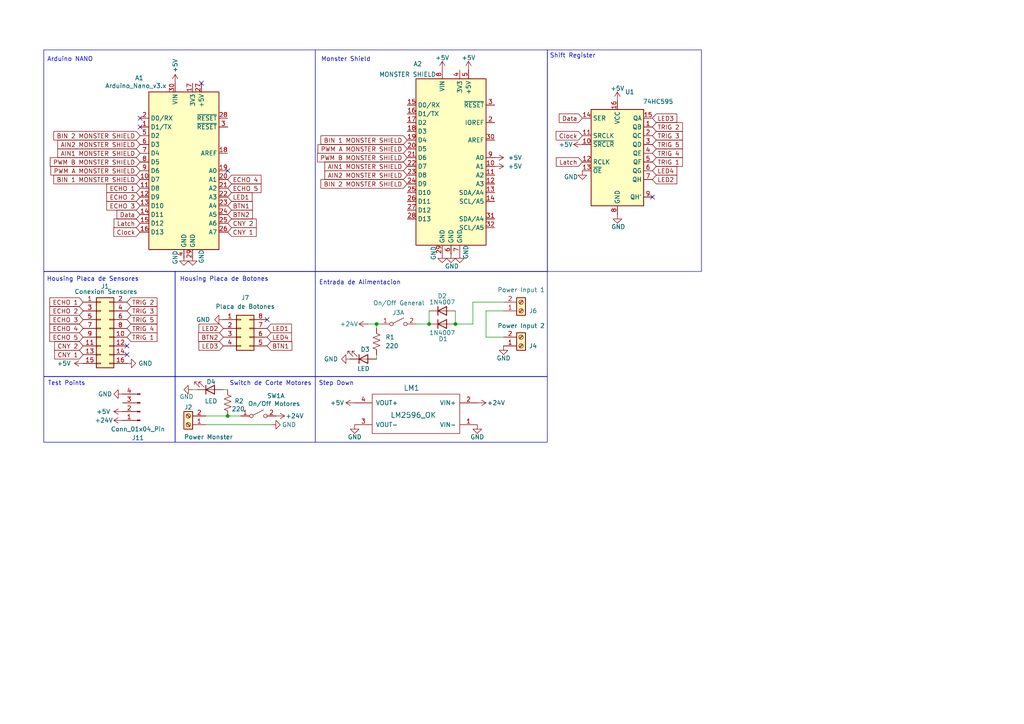
<source format=kicad_sch>
(kicad_sch (version 20231120) (generator "eeschema") (generator_version "8.0")
  (paper "A4")
  (lib_symbols
    (symbol "74xx:74HC595"
      (property "Reference" "U" (at -7.62 13.97 0))
      (property "Value" "74HC595" (at -7.62 -16.51 0))
      (symbol "74HC595_1_0"
        (pin tri_state line (at 10.16 7.62 180) (length 2.54) (name "QB") (number "1"))
        (pin input line (at -10.16 2.54 0) (length 2.54) (name "~{SRCLR}") (number "10"))
        (pin input line (at -10.16 5.08 0) (length 2.54) (name "SRCLK") (number "11"))
        (pin input line (at -10.16 -2.54 0) (length 2.54) (name "RCLK") (number "12"))
        (pin input line (at -10.16 -5.08 0) (length 2.54) (name "~{OE}") (number "13"))
        (pin input line (at -10.16 10.16 0) (length 2.54) (name "SER") (number "14"))
        (pin tri_state line (at 10.16 10.16 180) (length 2.54) (name "QA") (number "15"))
        (pin power_in line (at 0 15.24 270) (length 2.54) (name "VCC") (number "16"))
        (pin tri_state line (at 10.16 5.08 180) (length 2.54) (name "QC") (number "2"))
        (pin tri_state line (at 10.16 2.54 180) (length 2.54) (name "QD") (number "3"))
        (pin tri_state line (at 10.16 0 180) (length 2.54) (name "QE") (number "4"))
        (pin tri_state line (at 10.16 -2.54 180) (length 2.54) (name "QF") (number "5"))
        (pin tri_state line (at 10.16 -5.08 180) (length 2.54) (name "QG") (number "6"))
        (pin tri_state line (at 10.16 -7.62 180) (length 2.54) (name "QH") (number "7"))
        (pin power_in line (at 0 -17.78 90) (length 2.54) (name "GND") (number "8"))
        (pin output line (at 10.16 -12.7 180) (length 2.54) (name "QH'") (number "9"))
      )
      (symbol "74HC595_1_1"
        (rectangle (start -7.62 12.7) (end 7.62 -15.24) (stroke (width 0.254)) (fill (type background)))
      )
    )
    (symbol "Connector:Conn_01x04_Pin" (pin_names (offset 1.016) hide)
      (property "Reference" "J" (at 0 5.08 0))
      (property "Value" "Conn_01x04_Pin" (at 0 -7.62 0))
      (symbol "Conn_01x04_Pin_1_1"
        (polyline (pts (xy 1.27 -5.08) (xy 0.8636 -5.08)) (stroke (width 0.1524)))
        (polyline (pts (xy 1.27 -2.54) (xy 0.8636 -2.54)) (stroke (width 0.1524)))
        (polyline (pts (xy 1.27 0) (xy 0.8636 0)) (stroke (width 0.1524)))
        (polyline (pts (xy 1.27 2.54) (xy 0.8636 2.54)) (stroke (width 0.1524)))
        (rectangle (start 0.8636 -4.953) (end 0 -5.207) (stroke (width 0.1524)) (fill (type outline)))
        (rectangle (start 0.8636 -2.413) (end 0 -2.667) (stroke (width 0.1524)) (fill (type outline)))
        (rectangle (start 0.8636 0.127) (end 0 -0.127) (stroke (width 0.1524)) (fill (type outline)))
        (rectangle (start 0.8636 2.667) (end 0 2.413) (stroke (width 0.1524)) (fill (type outline)))
        (pin passive line (at 5.08 2.54 180) (length 3.81) (name "Pin_1") (number "1"))
        (pin passive line (at 5.08 0 180) (length 3.81) (name "Pin_2") (number "2"))
        (pin passive line (at 5.08 -2.54 180) (length 3.81) (name "Pin_3") (number "3"))
        (pin passive line (at 5.08 -5.08 180) (length 3.81) (name "Pin_4") (number "4"))
      )
    )
    (symbol "Connector:Screw_Terminal_01x02" (pin_names (offset 1.016) hide)
      (property "Reference" "J" (at 0 2.54 0))
      (property "Value" "Screw_Terminal_01x02" (at 0 -5.08 0))
      (symbol "Screw_Terminal_01x02_1_1"
        (rectangle (start -1.27 1.27) (end 1.27 -3.81) (stroke (width 0.254)) (fill (type background)))
        (circle (center 0 -2.54) (radius 0.635) (stroke (width 0.1524)))
        (polyline (pts (xy -0.5334 -2.2098) (xy 0.3302 -3.048)) (stroke (width 0.1524)))
        (polyline (pts (xy -0.5334 0.3302) (xy 0.3302 -0.508)) (stroke (width 0.1524)))
        (polyline (pts (xy -0.3556 -2.032) (xy 0.508 -2.8702)) (stroke (width 0.1524)))
        (polyline (pts (xy -0.3556 0.508) (xy 0.508 -0.3302)) (stroke (width 0.1524)))
        (circle (center 0 0) (radius 0.635) (stroke (width 0.1524)))
        (pin passive line (at -5.08 0 0) (length 3.81) (name "Pin_1") (number "1"))
        (pin passive line (at -5.08 -2.54 0) (length 3.81) (name "Pin_2") (number "2"))
      )
    )
    (symbol "Connector_Generic:Conn_02x04_Counter_Clockwise" (pin_names (offset 1.016) hide)
      (property "Reference" "J" (at 1.27 5.08 0))
      (property "Value" "Conn_02x04_Counter_Clockwise" (at 1.27 -7.62 0))
      (symbol "Conn_02x04_Counter_Clockwise_1_1"
        (rectangle (start -1.27 -4.953) (end 0 -5.207) (stroke (width 0.1524)))
        (rectangle (start -1.27 -2.413) (end 0 -2.667) (stroke (width 0.1524)))
        (rectangle (start -1.27 0.127) (end 0 -0.127) (stroke (width 0.1524)))
        (rectangle (start -1.27 2.667) (end 0 2.413) (stroke (width 0.1524)))
        (rectangle (start -1.27 3.81) (end 3.81 -6.35) (stroke (width 0.254)) (fill (type background)))
        (rectangle (start 3.81 -4.953) (end 2.54 -5.207) (stroke (width 0.1524)))
        (rectangle (start 3.81 -2.413) (end 2.54 -2.667) (stroke (width 0.1524)))
        (rectangle (start 3.81 0.127) (end 2.54 -0.127) (stroke (width 0.1524)))
        (rectangle (start 3.81 2.667) (end 2.54 2.413) (stroke (width 0.1524)))
        (pin passive line (at -5.08 2.54 0) (length 3.81) (name "Pin_1") (number "1"))
        (pin passive line (at -5.08 0 0) (length 3.81) (name "Pin_2") (number "2"))
        (pin passive line (at -5.08 -2.54 0) (length 3.81) (name "Pin_3") (number "3"))
        (pin passive line (at -5.08 -5.08 0) (length 3.81) (name "Pin_4") (number "4"))
        (pin passive line (at 7.62 -5.08 180) (length 3.81) (name "Pin_5") (number "5"))
        (pin passive line (at 7.62 -2.54 180) (length 3.81) (name "Pin_6") (number "6"))
        (pin passive line (at 7.62 0 180) (length 3.81) (name "Pin_7") (number "7"))
        (pin passive line (at 7.62 2.54 180) (length 3.81) (name "Pin_8") (number "8"))
      )
    )
    (symbol "Connector_Generic:Conn_02x08_Odd_Even" (pin_names (offset 1.016) hide)
      (property "Reference" "J" (at 1.27 10.16 0))
      (property "Value" "Conn_02x08_Odd_Even" (at 1.27 -12.7 0))
      (symbol "Conn_02x08_Odd_Even_1_1"
        (rectangle (start -1.27 -10.033) (end 0 -10.287) (stroke (width 0.1524)))
        (rectangle (start -1.27 -7.493) (end 0 -7.747) (stroke (width 0.1524)))
        (rectangle (start -1.27 -4.953) (end 0 -5.207) (stroke (width 0.1524)))
        (rectangle (start -1.27 -2.413) (end 0 -2.667) (stroke (width 0.1524)))
        (rectangle (start -1.27 0.127) (end 0 -0.127) (stroke (width 0.1524)))
        (rectangle (start -1.27 2.667) (end 0 2.413) (stroke (width 0.1524)))
        (rectangle (start -1.27 5.207) (end 0 4.953) (stroke (width 0.1524)))
        (rectangle (start -1.27 7.747) (end 0 7.493) (stroke (width 0.1524)))
        (rectangle (start -1.27 8.89) (end 3.81 -11.43) (stroke (width 0.254)) (fill (type background)))
        (rectangle (start 3.81 -10.033) (end 2.54 -10.287) (stroke (width 0.1524)))
        (rectangle (start 3.81 -7.493) (end 2.54 -7.747) (stroke (width 0.1524)))
        (rectangle (start 3.81 -4.953) (end 2.54 -5.207) (stroke (width 0.1524)))
        (rectangle (start 3.81 -2.413) (end 2.54 -2.667) (stroke (width 0.1524)))
        (rectangle (start 3.81 0.127) (end 2.54 -0.127) (stroke (width 0.1524)))
        (rectangle (start 3.81 2.667) (end 2.54 2.413) (stroke (width 0.1524)))
        (rectangle (start 3.81 5.207) (end 2.54 4.953) (stroke (width 0.1524)))
        (rectangle (start 3.81 7.747) (end 2.54 7.493) (stroke (width 0.1524)))
        (pin passive line (at -5.08 7.62 0) (length 3.81) (name "Pin_1") (number "1"))
        (pin passive line (at 7.62 -2.54 180) (length 3.81) (name "Pin_10") (number "10"))
        (pin passive line (at -5.08 -5.08 0) (length 3.81) (name "Pin_11") (number "11"))
        (pin passive line (at 7.62 -5.08 180) (length 3.81) (name "Pin_12") (number "12"))
        (pin passive line (at -5.08 -7.62 0) (length 3.81) (name "Pin_13") (number "13"))
        (pin passive line (at 7.62 -7.62 180) (length 3.81) (name "Pin_14") (number "14"))
        (pin passive line (at -5.08 -10.16 0) (length 3.81) (name "Pin_15") (number "15"))
        (pin passive line (at 7.62 -10.16 180) (length 3.81) (name "Pin_16") (number "16"))
        (pin passive line (at 7.62 7.62 180) (length 3.81) (name "Pin_2") (number "2"))
        (pin passive line (at -5.08 5.08 0) (length 3.81) (name "Pin_3") (number "3"))
        (pin passive line (at 7.62 5.08 180) (length 3.81) (name "Pin_4") (number "4"))
        (pin passive line (at -5.08 2.54 0) (length 3.81) (name "Pin_5") (number "5"))
        (pin passive line (at 7.62 2.54 180) (length 3.81) (name "Pin_6") (number "6"))
        (pin passive line (at -5.08 0 0) (length 3.81) (name "Pin_7") (number "7"))
        (pin passive line (at 7.62 0 180) (length 3.81) (name "Pin_8") (number "8"))
        (pin passive line (at -5.08 -2.54 0) (length 3.81) (name "Pin_9") (number "9"))
      )
    )
    (symbol "Device:LED" (pin_numbers hide) (pin_names (offset 1.016) hide)
      (property "Reference" "D" (at 0 2.54 0))
      (property "Value" "LED" (at 0 -2.54 0))
      (symbol "LED_0_1"
        (polyline (pts (xy -1.27 -1.27) (xy -1.27 1.27)) (stroke (width 0.254)))
        (polyline (pts (xy -1.27 0) (xy 1.27 0)))
        (polyline (pts (xy 1.27 -1.27) (xy 1.27 1.27) (xy -1.27 0) (xy 1.27 -1.27)) (stroke (width 0.254)))
        (polyline (pts (xy -3.048 -0.762) (xy -4.572 -2.286) (xy -3.81 -2.286) (xy -4.572 -2.286) (xy -4.572 -1.524)))
        (polyline (pts (xy -1.778 -0.762) (xy -3.302 -2.286) (xy -2.54 -2.286) (xy -3.302 -2.286) (xy -3.302 -1.524)))
      )
      (symbol "LED_1_1"
        (pin passive line (at -3.81 0 0) (length 2.54) (name "K") (number "1"))
        (pin passive line (at 3.81 0 180) (length 2.54) (name "A") (number "2"))
      )
    )
    (symbol "Device:R_US" (pin_numbers hide) (pin_names (offset 0))
      (property "Reference" "R" (at 2.54 0 90))
      (property "Value" "R_US" (at -2.54 0 90))
      (symbol "R_US_0_1"
        (polyline (pts (xy 0 -2.286) (xy 0 -2.54)))
        (polyline (pts (xy 0 2.286) (xy 0 2.54)))
        (polyline (pts (xy 0 -0.762) (xy 1.016 -1.143) (xy 0 -1.524) (xy -1.016 -1.905) (xy 0 -2.286)))
        (polyline (pts (xy 0 0.762) (xy 1.016 0.381) (xy 0 0) (xy -1.016 -0.381) (xy 0 -0.762)))
        (polyline (pts (xy 0 2.286) (xy 1.016 1.905) (xy 0 1.524) (xy -1.016 1.143) (xy 0 0.762)))
      )
      (symbol "R_US_1_1"
        (pin passive line (at 0 3.81 270) (length 1.27) (name "~") (number "1"))
        (pin passive line (at 0 -3.81 90) (length 1.27) (name "~") (number "2"))
      )
    )
    (symbol "Diode:1N4007" (pin_numbers hide) (pin_names hide)
      (property "Reference" "D" (at 0 2.54 0))
      (property "Value" "1N4007" (at 0 -2.54 0))
      (symbol "1N4007_0_1"
        (polyline (pts (xy -1.27 1.27) (xy -1.27 -1.27)) (stroke (width 0.254)))
        (polyline (pts (xy 1.27 0) (xy -1.27 0)))
        (polyline (pts (xy 1.27 1.27) (xy 1.27 -1.27) (xy -1.27 0) (xy 1.27 1.27)) (stroke (width 0.254)))
      )
      (symbol "1N4007_1_1"
        (pin passive line (at -3.81 0 0) (length 2.54) (name "K") (number "1"))
        (pin passive line (at 3.81 0 180) (length 2.54) (name "A") (number "2"))
      )
    )
    (symbol "LM2596:LM2596_OK" (pin_names (offset 1.016))
      (property "Reference" "LM1" (at 7.366 -1.524 90))
      (property "Value" "LM2596_OK" (at 4.572 -1.27 90))
      (symbol "LM2596_OK_0_1"
        (rectangle (start -8.89 11.43) (end 2.54 -13.97))
      )
      (symbol "LM2596_OK_1_1"
        (pin input line (at 0 -19.05 90) (length 5.08) (name "VIN-") (number "1"))
        (pin input line (at -6.35 -19.05 90) (length 5.08) (name "VIN+") (number "2"))
        (pin input line (at 0 16.51 270) (length 5.08) (name "VOUT-") (number "3"))
        (pin input line (at -6.35 16.51 270) (length 5.08) (name "VOUT+") (number "4"))
      )
    )
    (symbol "MCU_Module:Arduino_Nano_v3.x"
      (property "Reference" "A" (at -10.16 23.495 0))
      (property "Value" "Arduino_Nano_v3.x" (at 5.08 -24.13 0))
      (symbol "Arduino_Nano_v3.x_0_1"
        (rectangle (start -10.16 22.86) (end 10.16 -22.86) (stroke (width 0.254)) (fill (type background)))
      )
      (symbol "Arduino_Nano_v3.x_1_1"
        (pin bidirectional line (at -12.7 12.7 0) (length 2.54) (name "D1/TX") (number "1"))
        (pin bidirectional line (at -12.7 -2.54 0) (length 2.54) (name "D7") (number "10"))
        (pin bidirectional line (at -12.7 -5.08 0) (length 2.54) (name "D8") (number "11"))
        (pin bidirectional line (at -12.7 -7.62 0) (length 2.54) (name "D9") (number "12"))
        (pin bidirectional line (at -12.7 -10.16 0) (length 2.54) (name "D10") (number "13"))
        (pin bidirectional line (at -12.7 -12.7 0) (length 2.54) (name "D11") (number "14"))
        (pin bidirectional line (at -12.7 -15.24 0) (length 2.54) (name "D12") (number "15"))
        (pin bidirectional line (at -12.7 -17.78 0) (length 2.54) (name "D13") (number "16"))
        (pin power_out line (at 2.54 25.4 270) (length 2.54) (name "3V3") (number "17"))
        (pin input line (at 12.7 5.08 180) (length 2.54) (name "AREF") (number "18"))
        (pin bidirectional line (at 12.7 0 180) (length 2.54) (name "A0") (number "19"))
        (pin bidirectional line (at -12.7 15.24 0) (length 2.54) (name "D0/RX") (number "2"))
        (pin bidirectional line (at 12.7 -2.54 180) (length 2.54) (name "A1") (number "20"))
        (pin bidirectional line (at 12.7 -5.08 180) (length 2.54) (name "A2") (number "21"))
        (pin bidirectional line (at 12.7 -7.62 180) (length 2.54) (name "A3") (number "22"))
        (pin bidirectional line (at 12.7 -10.16 180) (length 2.54) (name "A4") (number "23"))
        (pin bidirectional line (at 12.7 -12.7 180) (length 2.54) (name "A5") (number "24"))
        (pin bidirectional line (at 12.7 -15.24 180) (length 2.54) (name "A6") (number "25"))
        (pin bidirectional line (at 12.7 -17.78 180) (length 2.54) (name "A7") (number "26"))
        (pin power_out line (at 5.08 25.4 270) (length 2.54) (name "+5V") (number "27"))
        (pin input line (at 12.7 15.24 180) (length 2.54) (name "~{RESET}") (number "28"))
        (pin power_in line (at 2.54 -25.4 90) (length 2.54) (name "GND") (number "29"))
        (pin input line (at 12.7 12.7 180) (length 2.54) (name "~{RESET}") (number "3"))
        (pin power_in line (at -2.54 25.4 270) (length 2.54) (name "VIN") (number "30"))
        (pin power_in line (at 0 -25.4 90) (length 2.54) (name "GND") (number "4"))
        (pin bidirectional line (at -12.7 10.16 0) (length 2.54) (name "D2") (number "5"))
        (pin bidirectional line (at -12.7 7.62 0) (length 2.54) (name "D3") (number "6"))
        (pin bidirectional line (at -12.7 5.08 0) (length 2.54) (name "D4") (number "7"))
        (pin bidirectional line (at -12.7 2.54 0) (length 2.54) (name "D5") (number "8"))
        (pin bidirectional line (at -12.7 0 0) (length 2.54) (name "D6") (number "9"))
      )
    )
    (symbol "MCU_Module:Arduino_UNO_R3"
      (property "Reference" "A" (at -10.16 23.495 0))
      (property "Value" "Arduino_UNO_R3" (at 5.08 -26.67 0))
      (symbol "Arduino_UNO_R3_0_1"
        (rectangle (start -10.16 22.86) (end 10.16 -25.4) (stroke (width 0.254)) (fill (type background)))
      )
      (symbol "Arduino_UNO_R3_1_1"
        (pin no_connect line (at -10.16 -20.32 0) (length 2.54) hide (name "NC") (number "1"))
        (pin bidirectional line (at 12.7 -2.54 180) (length 2.54) (name "A1") (number "10"))
        (pin bidirectional line (at 12.7 -5.08 180) (length 2.54) (name "A2") (number "11"))
        (pin bidirectional line (at 12.7 -7.62 180) (length 2.54) (name "A3") (number "12"))
        (pin bidirectional line (at 12.7 -10.16 180) (length 2.54) (name "SDA/A4") (number "13"))
        (pin bidirectional line (at 12.7 -12.7 180) (length 2.54) (name "SCL/A5") (number "14"))
        (pin bidirectional line (at -12.7 15.24 0) (length 2.54) (name "D0/RX") (number "15"))
        (pin bidirectional line (at -12.7 12.7 0) (length 2.54) (name "D1/TX") (number "16"))
        (pin bidirectional line (at -12.7 10.16 0) (length 2.54) (name "D2") (number "17"))
        (pin bidirectional line (at -12.7 7.62 0) (length 2.54) (name "D3") (number "18"))
        (pin bidirectional line (at -12.7 5.08 0) (length 2.54) (name "D4") (number "19"))
        (pin output line (at 12.7 10.16 180) (length 2.54) (name "IOREF") (number "2"))
        (pin bidirectional line (at -12.7 2.54 0) (length 2.54) (name "D5") (number "20"))
        (pin bidirectional line (at -12.7 0 0) (length 2.54) (name "D6") (number "21"))
        (pin bidirectional line (at -12.7 -2.54 0) (length 2.54) (name "D7") (number "22"))
        (pin bidirectional line (at -12.7 -5.08 0) (length 2.54) (name "D8") (number "23"))
        (pin bidirectional line (at -12.7 -7.62 0) (length 2.54) (name "D9") (number "24"))
        (pin bidirectional line (at -12.7 -10.16 0) (length 2.54) (name "D10") (number "25"))
        (pin bidirectional line (at -12.7 -12.7 0) (length 2.54) (name "D11") (number "26"))
        (pin bidirectional line (at -12.7 -15.24 0) (length 2.54) (name "D12") (number "27"))
        (pin bidirectional line (at -12.7 -17.78 0) (length 2.54) (name "D13") (number "28"))
        (pin power_in line (at -2.54 -27.94 90) (length 2.54) (name "GND") (number "29"))
        (pin input line (at 12.7 15.24 180) (length 2.54) (name "~{RESET}") (number "3"))
        (pin input line (at 12.7 5.08 180) (length 2.54) (name "AREF") (number "30"))
        (pin bidirectional line (at 12.7 -17.78 180) (length 2.54) (name "SDA/A4") (number "31"))
        (pin bidirectional line (at 12.7 -20.32 180) (length 2.54) (name "SCL/A5") (number "32"))
        (pin power_out line (at 2.54 25.4 270) (length 2.54) (name "3V3") (number "4"))
        (pin power_out line (at 5.08 25.4 270) (length 2.54) (name "+5V") (number "5"))
        (pin power_in line (at 0 -27.94 90) (length 2.54) (name "GND") (number "6"))
        (pin power_in line (at 2.54 -27.94 90) (length 2.54) (name "GND") (number "7"))
        (pin power_in line (at -2.54 25.4 270) (length 2.54) (name "VIN") (number "8"))
        (pin bidirectional line (at 12.7 0 180) (length 2.54) (name "A0") (number "9"))
      )
    )
    (symbol "Switch:SW_DPST_x2" (pin_names (offset 0) hide)
      (property "Reference" "SW" (at 0 3.175 0))
      (property "Value" "SW_DPST_x2" (at 0 -2.54 0))
      (symbol "SW_DPST_x2_0_0"
        (circle (center -2.032 0) (radius 0.508))
        (polyline (pts (xy -1.524 0.254) (xy 1.524 1.778)))
        (circle (center 2.032 0) (radius 0.508))
      )
      (symbol "SW_DPST_x2_1_1"
        (pin passive line (at -5.08 0 0) (length 2.54) (name "A") (number "1"))
        (pin passive line (at 5.08 0 180) (length 2.54) (name "B") (number "2"))
      )
      (symbol "SW_DPST_x2_2_1"
        (pin passive line (at -5.08 0 0) (length 2.54) (name "A") (number "3"))
        (pin passive line (at 5.08 0 180) (length 2.54) (name "B") (number "4"))
      )
    )
    (symbol "power:+24V" (power) (pin_numbers hide) (pin_names (offset 0) hide)
      (property "Value" "+24V" (at 0 3.556 0))
      (symbol "+24V_0_1"
        (polyline (pts (xy -0.762 1.27) (xy 0 2.54)))
        (polyline (pts (xy 0 0) (xy 0 2.54)))
        (polyline (pts (xy 0 2.54) (xy 0.762 1.27)))
      )
      (symbol "+24V_1_1"
        (pin power_in line (at 0 0 90) (length 0) (name "~") (number "1"))
      )
    )
    (symbol "power:+5V" (power) (pin_numbers hide) (pin_names (offset 0) hide)
      (property "Value" "+5V" (at 0 3.556 0))
      (symbol "+5V_0_1"
        (polyline (pts (xy -0.762 1.27) (xy 0 2.54)))
        (polyline (pts (xy 0 0) (xy 0 2.54)))
        (polyline (pts (xy 0 2.54) (xy 0.762 1.27)))
      )
      (symbol "+5V_1_1"
        (pin power_in line (at 0 0 90) (length 0) (name "~") (number "1"))
      )
    )
    (symbol "power:GND" (power) (pin_numbers hide) (pin_names (offset 0) hide)
      (property "Value" "GND" (at 0 -3.81 0))
      (symbol "GND_0_1"
        (polyline (pts (xy 0 0) (xy 0 -1.27) (xy 1.27 -1.27) (xy 0 -2.54) (xy -1.27 -1.27) (xy 0 -1.27)))
      )
      (symbol "GND_1_1"
        (pin power_in line (at 0 0 270) (length 0) (name "~") (number "1"))
      )
    )
  )
  (junction (at 124.46 93.98))
  (junction (at 109.22 93.98))
  (junction (at 132.08 93.98))
  (junction (at 66.04 120.65))
  (no_connect (at 66.04 49.53))
  (no_connect (at 77.47 92.71))
  (no_connect (at 40.64 34.29))
  (no_connect (at 36.83 102.87))
  (no_connect (at 58.42 24.13))
  (no_connect (at 189.23 57.15))
  (no_connect (at 40.64 36.83))
  (no_connect (at 36.83 100.33))
  (wire (pts (xy 146.05 87.63) (xy 137.16 87.63)))
  (wire (pts (xy 53.34 74.93) (xy 53.34 74.422)))
  (wire (pts (xy 140.97 90.17) (xy 146.05 90.17)))
  (wire (pts (xy 106.68 93.98) (xy 109.22 93.98)))
  (wire (pts (xy 59.69 120.65) (xy 66.04 120.65)))
  (wire (pts (xy 109.22 93.98) (xy 110.49 93.98)))
  (wire (pts (xy 132.08 93.98) (xy 137.16 93.98)))
  (wire (pts (xy 109.22 95.25) (xy 109.22 93.98)))
  (wire (pts (xy 124.46 90.17) (xy 124.46 93.98)))
  (wire (pts (xy 109.22 102.87) (xy 109.22 104.14)))
  (wire (pts (xy 140.97 90.17) (xy 140.97 97.79)))
  (wire (pts (xy 132.08 90.17) (xy 132.08 93.98)))
  (wire (pts (xy 78.74 123.19) (xy 59.69 123.19)))
  (wire (pts (xy 140.97 97.79) (xy 146.05 97.79)))
  (wire (pts (xy 55.88 74.93) (xy 55.88 74.422)))
  (wire (pts (xy 66.04 120.65) (xy 69.85 120.65)))
  (wire (pts (xy 57.15 113.03) (xy 55.88 113.03)))
  (wire (pts (xy 66.04 113.03) (xy 64.77 113.03)))
  (wire (pts (xy 120.65 93.98) (xy 124.46 93.98)))
  (wire (pts (xy 137.16 87.63) (xy 137.16 93.98)))
  (rectangle (start 50.8 78.74) (end 91.44 109.22))
  (rectangle (start 12.7 14.478) (end 91.44 78.74))
  (rectangle (start 91.44 109.22) (end 158.75 128.27))
  (rectangle (start 91.44 78.74) (end 158.75 109.22))
  (rectangle (start 12.7 109.22) (end 50.8 128.27))
  (rectangle (start 158.75 14.478) (end 203.454 78.74))
  (rectangle (start 50.8 109.22) (end 91.44 128.27))
  (rectangle (start 91.44 14.478) (end 158.75 78.74))
  (rectangle (start 12.7 78.74) (end 50.8 109.22))
  (text "Switch de Corte Motores" (at 78.486 111.252 0) (effects (font (size 1.27 1.27))))
  (text "Entrada de Alimentacion" (at 104.394 82.042 0) (effects (font (size 1.27 1.27))))
  (text "Shift Register" (at 166.116 16.256 0) (effects (font (size 1.27 1.27))))
  (text "Test Points\n" (at 19.304 111.252 0) (effects (font (size 1.27 1.27))))
  (text "Step Down\n" (at 97.536 111.252 0) (effects (font (size 1.27 1.27))))
  (text "Housing Placa de Sensores" (at 26.924 81.026 0) (effects (font (size 1.27 1.27))))
  (text "Monster Shield\n" (at 100.33 17.272 0) (effects (font (size 1.27 1.27))))
  (text "Arduino NANO\n" (at 20.32 17.272 0) (effects (font (size 1.27 1.27))))
  (text "Housing Placa de Botones" (at 65.024 81.026 0) (effects (font (size 1.27 1.27))))
  (global_label "ECHO 3" (shape input) (at 24.13 92.71 180) (property "Intersheetrefs" "${INTERSHEET_REFS}" (effects (hide yes))))
  (global_label "LED3" (shape input) (at 189.23 34.29 0) (property "Intersheetrefs" "${INTERSHEET_REFS}" (effects (hide yes))))
  (global_label "TRIG 2" (shape input) (at 189.23 36.83 0) (property "Intersheetrefs" "${INTERSHEET_REFS}" (effects (hide yes))))
  (global_label "ECHO 5" (shape input) (at 66.04 54.61 0) (property "Intersheetrefs" "${INTERSHEET_REFS}" (effects (hide yes))))
  (global_label "CNY 2" (shape input) (at 66.04 64.77 0) (property "Intersheetrefs" "${INTERSHEET_REFS}" (effects (hide yes))))
  (global_label "TRIG 1" (shape input) (at 189.23 46.99 0) (property "Intersheetrefs" "${INTERSHEET_REFS}" (effects (hide yes))))
  (global_label "ECHO 5" (shape input) (at 24.13 97.79 180) (property "Intersheetrefs" "${INTERSHEET_REFS}" (effects (hide yes))))
  (global_label "TRIG 3" (shape input) (at 36.83 90.17 0) (property "Intersheetrefs" "${INTERSHEET_REFS}" (effects (hide yes))))
  (global_label "BIN 1 MONSTER SHIELD" (shape input) (at 118.11 40.64 180) (property "Intersheetrefs" "${INTERSHEET_REFS}" (effects (hide yes))))
  (global_label "BIN 2 MONSTER SHIELD" (shape input) (at 40.64 39.37 180) (property "Intersheetrefs" "${INTERSHEET_REFS}" (effects (hide yes))))
  (global_label "BTN2" (shape input) (at 66.04 62.23 0) (property "Intersheetrefs" "${INTERSHEET_REFS}" (effects (hide yes))))
  (global_label "Clock" (shape input) (at 168.91 39.37 180) (property "Intersheetrefs" "${INTERSHEET_REFS}" (effects (hide yes))))
  (global_label "Data" (shape input) (at 168.91 34.29 180) (property "Intersheetrefs" "${INTERSHEET_REFS}" (effects (hide yes))))
  (global_label "PWM B MONSTER SHIELD" (shape input) (at 40.64 46.99 180) (property "Intersheetrefs" "${INTERSHEET_REFS}" (effects (hide yes))))
  (global_label "PWM A MONSTER SHIELD" (shape input) (at 118.11 43.18 180) (property "Intersheetrefs" "${INTERSHEET_REFS}" (effects (hide yes))))
  (global_label "TRIG 4" (shape input) (at 189.23 44.45 0) (property "Intersheetrefs" "${INTERSHEET_REFS}" (effects (hide yes))))
  (global_label "ECHO 4" (shape input) (at 66.04 52.07 0) (property "Intersheetrefs" "${INTERSHEET_REFS}" (effects (hide yes))))
  (global_label "CNY 1" (shape input) (at 24.13 102.87 180) (property "Intersheetrefs" "${INTERSHEET_REFS}" (effects (hide yes))))
  (global_label "LED1" (shape input) (at 77.47 95.25 0) (property "Intersheetrefs" "${INTERSHEET_REFS}" (effects (hide yes))))
  (global_label "TRIG 4" (shape input) (at 36.83 95.25 0) (property "Intersheetrefs" "${INTERSHEET_REFS}" (effects (hide yes))))
  (global_label "TRIG 1" (shape input) (at 36.83 97.79 0) (property "Intersheetrefs" "${INTERSHEET_REFS}" (effects (hide yes))))
  (global_label "TRIG 2" (shape input) (at 36.83 87.63 0) (property "Intersheetrefs" "${INTERSHEET_REFS}" (effects (hide yes))))
  (global_label "LED2" (shape input) (at 189.23 52.07 0) (property "Intersheetrefs" "${INTERSHEET_REFS}" (effects (hide yes))))
  (global_label "Clock" (shape input) (at 40.64 67.31 180) (property "Intersheetrefs" "${INTERSHEET_REFS}" (effects (hide yes))))
  (global_label "ECHO 3" (shape input) (at 40.64 59.69 180) (property "Intersheetrefs" "${INTERSHEET_REFS}" (effects (hide yes))))
  (global_label "LED3" (shape input) (at 64.77 100.33 180) (property "Intersheetrefs" "${INTERSHEET_REFS}" (effects (hide yes))))
  (global_label "PWM B MONSTER SHIELD" (shape input) (at 118.11 45.72 180) (property "Intersheetrefs" "${INTERSHEET_REFS}" (effects (hide yes))))
  (global_label "TRIG 5" (shape input) (at 189.23 41.91 0) (property "Intersheetrefs" "${INTERSHEET_REFS}" (effects (hide yes))))
  (global_label "ECHO 1" (shape input) (at 40.64 54.61 180) (property "Intersheetrefs" "${INTERSHEET_REFS}" (effects (hide yes))))
  (global_label "LED4" (shape input) (at 77.47 97.79 0) (property "Intersheetrefs" "${INTERSHEET_REFS}" (effects (hide yes))))
  (global_label "ECHO 2" (shape input) (at 40.64 57.15 180) (property "Intersheetrefs" "${INTERSHEET_REFS}" (effects (hide yes))))
  (global_label "AIN1 MONSTER SHIELD" (shape input) (at 40.64 44.45 180) (property "Intersheetrefs" "${INTERSHEET_REFS}" (effects (hide yes))))
  (global_label "AIN1 MONSTER SHIELD" (shape input) (at 118.11 48.26 180) (property "Intersheetrefs" "${INTERSHEET_REFS}" (effects (hide yes))))
  (global_label "Latch" (shape input) (at 168.91 46.99 180) (property "Intersheetrefs" "${INTERSHEET_REFS}" (effects (hide yes))))
  (global_label "CNY 1" (shape input) (at 66.04 67.31 0) (property "Intersheetrefs" "${INTERSHEET_REFS}" (effects (hide yes))))
  (global_label "ECHO 4" (shape input) (at 24.13 95.25 180) (property "Intersheetrefs" "${INTERSHEET_REFS}" (effects (hide yes))))
  (global_label "TRIG 3" (shape input) (at 189.23 39.37 0) (property "Intersheetrefs" "${INTERSHEET_REFS}" (effects (hide yes))))
  (global_label "CNY 2" (shape input) (at 24.13 100.33 180) (property "Intersheetrefs" "${INTERSHEET_REFS}" (effects (hide yes))))
  (global_label "Data" (shape input) (at 40.64 62.23 180) (property "Intersheetrefs" "${INTERSHEET_REFS}" (effects (hide yes))))
  (global_label "LED1" (shape input) (at 66.04 57.15 0) (property "Intersheetrefs" "${INTERSHEET_REFS}" (effects (hide yes))))
  (global_label "BIN 1 MONSTER SHIELD" (shape input) (at 40.64 52.07 180) (property "Intersheetrefs" "${INTERSHEET_REFS}" (effects (hide yes))))
  (global_label "ECHO 1" (shape input) (at 24.13 87.63 180) (property "Intersheetrefs" "${INTERSHEET_REFS}" (effects (hide yes))))
  (global_label "PWM A MONSTER SHIELD" (shape input) (at 40.64 49.53 180) (property "Intersheetrefs" "${INTERSHEET_REFS}" (effects (hide yes))))
  (global_label "ECHO 2" (shape input) (at 24.13 90.17 180) (property "Intersheetrefs" "${INTERSHEET_REFS}" (effects (hide yes))))
  (global_label "BTN1" (shape input) (at 66.04 59.69 0) (property "Intersheetrefs" "${INTERSHEET_REFS}" (effects (hide yes))))
  (global_label "AIN2 MONSTER SHIELD" (shape input) (at 118.11 50.8 180) (property "Intersheetrefs" "${INTERSHEET_REFS}" (effects (hide yes))))
  (global_label "BTN1" (shape input) (at 77.47 100.33 0) (property "Intersheetrefs" "${INTERSHEET_REFS}" (effects (hide yes))))
  (global_label "BIN 2 MONSTER SHIELD" (shape input) (at 118.11 53.34 180) (property "Intersheetrefs" "${INTERSHEET_REFS}" (effects (hide yes))))
  (global_label "LED4" (shape input) (at 189.23 49.53 0) (property "Intersheetrefs" "${INTERSHEET_REFS}" (effects (hide yes))))
  (global_label "TRIG 5" (shape input) (at 36.83 92.71 0) (property "Intersheetrefs" "${INTERSHEET_REFS}" (effects (hide yes))))
  (global_label "Latch" (shape input) (at 40.64 64.77 180) (property "Intersheetrefs" "${INTERSHEET_REFS}" (effects (hide yes))))
  (global_label "LED2" (shape input) (at 64.77 95.25 180) (property "Intersheetrefs" "${INTERSHEET_REFS}" (effects (hide yes))))
  (global_label "BTN2" (shape input) (at 64.77 97.79 180) (property "Intersheetrefs" "${INTERSHEET_REFS}" (effects (hide yes))))
  (global_label "AIN2 MONSTER SHIELD" (shape input) (at 40.64 41.91 180) (property "Intersheetrefs" "${INTERSHEET_REFS}" (effects (hide yes))))
  (symbol (lib_id "power:+24V") (at 80.01 120.65 270) (unit 1)
    (property "Reference" "#PWR027" (effects (hide yes)))
    (property "Value" "+24V" (at 82.804 120.65 90) (effects (justify left)))
    (property "Description" "Power symbol creates a global label with name \"+24V\"" (effects (hide yes)))
  )
  (symbol (lib_id "74xx:74HC595") (at 179.07 44.45 0) (unit 1)
    (property "Reference" "U1" (at 181.2641 26.67 0) (effects (justify left)))
    (property "Value" "74HC595" (at 186.436 29.464 0) (effects (justify left)))
    (property "Footprint" "74HC595N_DIP16_:DIP16-2.54-20.32X5.84MM" (effects (hide yes)))
    (property "Datasheet" "http://www.ti.com/lit/ds/symlink/sn74hc595.pdf" (effects (hide yes)))
    (property "Description" "8-bit serial in/out Shift Register 3-State Outputs" (effects (hide yes)))
  )
  (symbol (lib_id "power:+5V") (at 24.13 105.41 90) (unit 1)
    (property "Reference" "#PWR010" (effects (hide yes)))
    (property "Value" "+5V" (at 20.574 105.4099 90) (effects (justify left)))
    (property "Description" "Power symbol creates a global label with name \"+5V\"" (effects (hide yes)))
  )
  (symbol (lib_id "Diode:1N4007") (at 128.27 93.98 0) (unit 1)
    (property "Reference" "D1" (at 128.524 98.298 0))
    (property "Value" "1N4007" (at 128.27 96.52 0))
    (property "Footprint" "Diode_THT:D_DO-41_SOD81_P10.16mm_Horizontal" (effects (hide yes)))
    (property "Datasheet" "http://www.vishay.com/docs/88503/1n4001.pdf" (effects (hide yes)))
    (property "Description" "1000V 1A General Purpose Rectifier Diode, DO-41" (effects (hide yes)))
    (property "Sim.Device" "D" (effects (hide yes)))
    (property "Sim.Pins" "1=K 2=A" (effects (hide yes)))
  )
  (symbol (lib_id "power:+5V") (at 143.51 45.72 270) (unit 1)
    (property "Reference" "#PWR019" (effects (hide yes)))
    (property "Value" "+5V" (at 147.32 45.7199 90) (effects (justify left)))
    (property "Description" "Power symbol creates a global label with name \"+5V\"" (effects (hide yes)))
  )
  (symbol (lib_id "power:+5V") (at 168.91 41.91 90) (unit 1)
    (property "Reference" "#PWR013" (effects (hide yes)))
    (property "Value" "+5V" (at 164.084 41.91 90))
    (property "Description" "Power symbol creates a global label with name \"+5V\"" (effects (hide yes)))
  )
  (symbol (lib_id "Switch:SW_DPST_x2") (at 115.57 93.98 0) (unit 1)
    (property "Reference" "J3" (at 113.792 90.678 0) (effects (justify left)))
    (property "Value" "On/Off General" (at 108.204 87.884 0) (effects (justify left)))
    (property "Footprint" "TerminalBlock:TerminalBlock_bornier-2_P5.08mm" (effects (hide yes)))
    (property "Description" "Single Pole Single Throw (SPST) switch, separate symbol" (effects (hide yes)))
  )
  (symbol (lib_id "power:GND") (at 179.07 62.23 0) (unit 1)
    (property "Reference" "#PWR024" (effects (hide yes)))
    (property "Value" "GND" (at 179.324 65.786 0))
    (property "Description" "Power symbol creates a global label with name \"GND\" , ground" (effects (hide yes)))
  )
  (symbol (lib_id "power:GND") (at 55.88 113.03 270) (unit 1)
    (property "Reference" "#PWR017" (effects (hide yes)))
    (property "Value" "GND" (at 56.134 115.062 90) (effects (justify right)))
    (property "Description" "Power symbol creates a global label with name \"GND\" , ground" (effects (hide yes)))
  )
  (symbol (lib_id "power:GND") (at 128.27 73.66 0) (unit 1)
    (property "Reference" "#PWR07" (effects (hide yes)))
    (property "Value" "GND" (at 125.73 73.406 90))
    (property "Description" "Power symbol creates a global label with name \"GND\" , ground" (effects (hide yes)))
  )
  (symbol (lib_id "power:+24V") (at 35.56 121.92 90) (unit 1)
    (property "Reference" "#PWR030" (effects (hide yes)))
    (property "Value" "+24V" (at 32.766 121.92 90) (effects (justify left)))
    (property "Description" "Power symbol creates a global label with name \"+24V\"" (effects (hide yes)))
  )
  (symbol (lib_id "Connector_Generic:Conn_02x08_Odd_Even") (at 29.21 95.25 0) (unit 1)
    (property "Reference" "J1" (at 30.48 83.058 0))
    (property "Value" "Conexion Sensores" (at 30.734 84.582 0))
    (property "Footprint" "Connector_PinHeader_2.54mm:PinHeader_2x08_P2.54mm_Horizontal" (effects (hide yes)))
    (property "Description" "Generic connector, double row, 02x08, odd/even pin numbering scheme (row 1 odd numbers, row 2 even numbers), script generated (kicad-library-utils/schlib/autogen/connector/)" (effects (hide yes)))
  )
  (symbol (lib_id "power:+5V") (at 35.56 119.38 90) (unit 1)
    (property "Reference" "#PWR021" (effects (hide yes)))
    (property "Value" "+5V" (at 32.004 119.3799 90) (effects (justify left)))
    (property "Description" "Power symbol creates a global label with name \"+5V\"" (effects (hide yes)))
  )
  (symbol (lib_id "Device:LED") (at 60.96 113.03 0) (mirror x) (unit 1)
    (property "Reference" "D4" (at 61.214 110.744 0))
    (property "Value" "LED" (at 61.214 116.332 0))
    (property "Footprint" "LED_THT:LED_D5.0mm_Horizontal_O1.27mm_Z3.0mm" (effects (hide yes)))
    (property "Description" "Light emitting diode" (effects (hide yes)))
  )
  (symbol (lib_id "power:+24V") (at 138.43 116.84 270) (unit 1)
    (property "Reference" "#PWR028" (effects (hide yes)))
    (property "Value" "+24V" (at 141.224 116.84 90) (effects (justify left)))
    (property "Description" "Power symbol creates a global label with name \"+24V\"" (effects (hide yes)))
  )
  (symbol (lib_id "LM2596:LM2596_OK") (at 119.38 123.19 90) (mirror x) (unit 1)
    (property "Reference" "LM1" (at 119.38 112.522 90) (effects (font (size 1.524 1.524))))
    (property "Value" "LM2596_OK" (at 119.888 120.396 90) (effects (font (size 1.524 1.524))))
    (property "Footprint" "StepDown:StepDown" (effects (hide yes)))
  )
  (symbol (lib_id "power:+5V") (at 102.87 116.84 90) (unit 1)
    (property "Reference" "#PWR05" (effects (hide yes)))
    (property "Value" "+5V" (at 99.822 116.84 90) (effects (justify left)))
    (property "Description" "Power symbol creates a global label with name \"+5V\"" (effects (hide yes)))
  )
  (symbol (lib_id "Switch:SW_DPST_x2") (at 74.93 120.65 0) (unit 1)
    (property "Reference" "SW1" (at 80.01 114.808 0))
    (property "Value" "On/Off Motores" (at 79.502 117.094 0))
    (property "Footprint" "Button_Switch_THT:SW_Slide_SPDT_Straight_CK_OS102011MS2Q" (effects (hide yes)))
    (property "Description" "Single Pole Single Throw (SPST) switch, separate symbol" (effects (hide yes)))
  )
  (symbol (lib_id "power:GND") (at 146.05 100.33 0) (unit 1)
    (property "Reference" "#PWR02" (effects (hide yes)))
    (property "Value" "GND" (at 146.05 103.886 0))
    (property "Description" "Power symbol creates a global label with name \"GND\" , ground" (effects (hide yes)))
  )
  (symbol (lib_id "power:GND") (at 138.43 123.19 0) (unit 1)
    (property "Reference" "#PWR015" (effects (hide yes)))
    (property "Value" "GND" (at 138.43 126.746 0))
    (property "Description" "Power symbol creates a global label with name \"GND\" , ground" (effects (hide yes)))
  )
  (symbol (lib_id "Diode:1N4007") (at 128.27 90.17 0) (unit 1)
    (property "Reference" "D2" (at 128.27 85.852 0))
    (property "Value" "1N4007" (at 128.27 87.63 0))
    (property "Footprint" "Diode_THT:D_DO-41_SOD81_P10.16mm_Horizontal" (effects (hide yes)))
    (property "Datasheet" "http://www.vishay.com/docs/88503/1n4001.pdf" (effects (hide yes)))
    (property "Description" "1000V 1A General Purpose Rectifier Diode, DO-41" (effects (hide yes)))
    (property "Sim.Device" "D" (effects (hide yes)))
    (property "Sim.Pins" "1=K 2=A" (effects (hide yes)))
  )
  (symbol (lib_id "Device:R_US") (at 66.04 116.84 180) (unit 1)
    (property "Reference" "R2" (at 69.342 116.332 0))
    (property "Value" "220" (at 69.088 118.618 0))
    (property "Footprint" "Resistor_THT:R_Axial_DIN0204_L3.6mm_D1.6mm_P7.62mm_Horizontal" (effects (hide yes)))
    (property "Description" "Resistor, US symbol" (effects (hide yes)))
  )
  (symbol (lib_id "power:+24V") (at 106.68 93.98 90) (unit 1)
    (property "Reference" "#PWR026" (effects (hide yes)))
    (property "Value" "+24V" (at 103.886 93.98 90) (effects (justify left)))
    (property "Description" "Power symbol creates a global label with name \"+24V\"" (effects (hide yes)))
  )
  (symbol (lib_id "power:GND") (at 78.74 123.19 90) (unit 1)
    (property "Reference" "#PWR011" (effects (hide yes)))
    (property "Value" "GND" (at 81.788 123.19 90) (effects (justify right)))
    (property "Description" "Power symbol creates a global label with name \"GND\" , ground" (effects (hide yes)))
  )
  (symbol (lib_id "Device:LED") (at 105.41 104.14 0) (mirror x) (unit 1)
    (property "Reference" "D3" (at 105.918 101.346 0))
    (property "Value" "LED" (at 105.41 106.934 0))
    (property "Footprint" "LED_THT:LED_D5.0mm_Horizontal_O1.27mm_Z3.0mm" (effects (hide yes)))
    (property "Description" "Light emitting diode" (effects (hide yes)))
  )
  (symbol (lib_id "power:GND") (at 64.77 92.71 270) (unit 1)
    (property "Reference" "#PWR01" (effects (hide yes)))
    (property "Value" "GND" (at 60.96 92.7099 90) (effects (justify right)))
    (property "Description" "Power symbol creates a global label with name \"GND\" , ground" (effects (hide yes)))
  )
  (symbol (lib_id "power:GND") (at 130.81 73.66 0) (unit 1)
    (property "Reference" "#PWR08" (effects (hide yes)))
    (property "Value" "GND" (at 131.064 77.216 0))
    (property "Description" "Power symbol creates a global label with name \"GND\" , ground" (effects (hide yes)))
  )
  (symbol (lib_id "power:GND") (at 101.6 104.14 270) (unit 1)
    (property "Reference" "#PWR016" (effects (hide yes)))
    (property "Value" "GND" (at 98.044 104.14 90) (effects (justify right)))
    (property "Description" "Power symbol creates a global label with name \"GND\" , ground" (effects (hide yes)))
  )
  (symbol (lib_id "power:GND") (at 35.56 114.3 270) (unit 1)
    (property "Reference" "#PWR022" (effects (hide yes)))
    (property "Value" "GND" (at 32.512 114.3 90) (effects (justify right)))
    (property "Description" "Power symbol creates a global label with name \"GND\" , ground" (effects (hide yes)))
  )
  (symbol (lib_id "Connector_Generic:Conn_02x04_Counter_Clockwise") (at 69.85 95.25 0) (unit 1)
    (property "Reference" "J7" (at 71.12 86.36 0))
    (property "Value" "Placa de Botones" (at 71.12 88.9 0))
    (property "Footprint" "Connector_PinHeader_2.54mm:PinHeader_2x04_P2.54mm_Horizontal" (effects (hide yes)))
    (property "Description" "Generic connector, double row, 02x04, counter clockwise pin numbering scheme (similar to DIP package numbering), script generated (kicad-library-utils/schlib/autogen/connector/)" (effects (hide yes)))
  )
  (symbol (lib_id "Device:R_US") (at 109.22 99.06 0) (unit 1)
    (property "Reference" "R1" (at 111.76 97.7899 0) (effects (justify left)))
    (property "Value" "220" (at 111.76 100.3299 0) (effects (justify left)))
    (property "Footprint" "Resistor_THT:R_Axial_DIN0204_L3.6mm_D1.6mm_P7.62mm_Horizontal" (effects (hide yes)))
    (property "Description" "Resistor, US symbol" (effects (hide yes)))
  )
  (symbol (lib_id "power:+5V") (at 128.27 20.32 0) (unit 1)
    (property "Reference" "#PWR025" (effects (hide yes)))
    (property "Value" "+5V" (at 128.27 16.764 0))
    (property "Description" "Power symbol creates a global label with name \"+5V\"" (effects (hide yes)))
  )
  (symbol (lib_id "Connector:Screw_Terminal_01x02") (at 151.13 90.17 0) (mirror x) (unit 1)
    (property "Reference" "J6" (at 153.416 90.1701 0) (effects (justify left)))
    (property "Value" "Power Input 1" (at 144.272 84.074 0) (effects (justify left)))
    (property "Footprint" "Connector_AMASS:AMASS_XT60-M_1x02_P7.20mm_Vertical" (effects (hide yes)))
    (property "Description" "Generic screw terminal, single row, 01x02, script generated (kicad-library-utils/schlib/autogen/connector/)" (effects (hide yes)))
  )
  (symbol (lib_id "power:GND") (at 55.88 74.422 0) (unit 1)
    (property "Reference" "#PWR04" (effects (hide yes)))
    (property "Value" "GND" (at 58.42 74.422 90))
    (property "Description" "Power symbol creates a global label with name \"GND\" , ground" (effects (hide yes)))
  )
  (symbol (lib_id "power:+5V") (at 179.07 29.21 0) (unit 1)
    (property "Reference" "#PWR023" (effects (hide yes)))
    (property "Value" "+5V" (at 179.07 25.654 0))
    (property "Description" "Power symbol creates a global label with name \"+5V\"" (effects (hide yes)))
  )
  (symbol (lib_id "power:GND") (at 53.34 74.422 0) (unit 1)
    (property "Reference" "#PWR03" (effects (hide yes)))
    (property "Value" "GND" (at 50.8 74.676 90))
    (property "Description" "Power symbol creates a global label with name \"GND\" , ground" (effects (hide yes)))
  )
  (symbol (lib_id "Connector:Screw_Terminal_01x02") (at 54.61 123.19 180) (unit 1)
    (property "Reference" "J2" (at 54.61 118.11 0))
    (property "Value" "Power Monster" (at 60.452 126.746 0))
    (property "Footprint" "TerminalBlock:TerminalBlock_bornier-2_P5.08mm" (effects (hide yes)))
    (property "Description" "Generic screw terminal, single row, 01x02, script generated (kicad-library-utils/schlib/autogen/connector/)" (effects (hide yes)))
  )
  (symbol (lib_id "power:GND") (at 36.83 105.41 90) (unit 1)
    (property "Reference" "#PWR012" (effects (hide yes)))
    (property "Value" "GND" (at 42.164 105.41 90))
    (property "Description" "Power symbol creates a global label with name \"GND\" , ground" (effects (hide yes)))
  )
  (symbol (lib_id "power:GND") (at 133.35 73.66 0) (unit 1)
    (property "Reference" "#PWR09" (effects (hide yes)))
    (property "Value" "GND" (at 135.128 73.152 90))
    (property "Description" "Power symbol creates a global label with name \"GND\" , ground" (effects (hide yes)))
  )
  (symbol (lib_id "Connector:Screw_Terminal_01x02") (at 151.13 100.33 0) (mirror x) (unit 1)
    (property "Reference" "J4" (at 153.416 100.3301 0) (effects (justify left)))
    (property "Value" "Power Input 2" (at 144.272 94.488 0) (effects (justify left)))
    (property "Footprint" "Connector_AMASS:AMASS_XT60-M_1x02_P7.20mm_Vertical" (effects (hide yes)))
    (property "Description" "Generic screw terminal, single row, 01x02, script generated (kicad-library-utils/schlib/autogen/connector/)" (effects (hide yes)))
  )
  (symbol (lib_id "MCU_Module:Arduino_Nano_v3.x") (at 53.34 49.53 0) (unit 1)
    (property "Reference" "A1" (at 39.116 22.606 0) (effects (justify left)))
    (property "Value" "Arduino_Nano_v3.x" (at 30.48 24.892 0) (effects (justify left)))
    (property "Footprint" "Module:Arduino_Nano" (effects (hide yes)))
    (property "Datasheet" "http://www.mouser.com/pdfdocs/Gravitech_Arduino_Nano3_0.pdf" (effects (hide yes)))
    (property "Description" "Arduino Nano v3.x" (effects (hide yes)))
  )
  (symbol (lib_id "Connector:Conn_01x04_Pin") (at 40.64 119.38 180) (unit 1)
    (property "Reference" "J11" (at 40.005 127 0))
    (property "Value" "Conn_01x04_Pin" (at 40.005 124.46 0))
    (property "Footprint" "Connector_PinHeader_2.54mm:PinHeader_1x04_P2.54mm_Vertical" (effects (hide yes)))
    (property "Description" "Generic connector, single row, 01x04, script generated" (effects (hide yes)))
  )
  (symbol (lib_id "MCU_Module:Arduino_UNO_R3") (at 130.81 45.72 0) (unit 1)
    (property "Reference" "A2" (at 119.888 18.542 0) (effects (justify left)))
    (property "Value" "MONSTER SHIELD" (at 109.982 21.59 0) (effects (justify left)))
    (property "Footprint" "Module:Arduino_UNO_R3" (effects (hide yes)))
    (property "Datasheet" "https://www.arduino.cc/en/Main/arduinoBoardUno" (effects (hide yes)))
    (property "Description" "Arduino UNO Microcontroller Module, release 3" (effects (hide yes)))
  )
  (symbol (lib_id "power:GND") (at 102.87 123.19 0) (unit 1)
    (property "Reference" "#PWR014" (effects (hide yes)))
    (property "Value" "GND" (at 102.87 126.746 0))
    (property "Description" "Power symbol creates a global label with name \"GND\" , ground" (effects (hide yes)))
  )
  (symbol (lib_id "power:+5V") (at 50.8 24.13 0) (unit 1)
    (property "Reference" "#PWR029" (effects (hide yes)))
    (property "Value" "+5V" (at 50.8 21.082 90) (effects (justify left)))
    (property "Description" "Power symbol creates a global label with name \"+5V\"" (effects (hide yes)))
  )
  (symbol (lib_id "power:+5V") (at 143.51 48.26 270) (unit 1)
    (property "Reference" "#PWR018" (effects (hide yes)))
    (property "Value" "+5V" (at 147.32 48.2599 90) (effects (justify left)))
    (property "Description" "Power symbol creates a global label with name \"+5V\"" (effects (hide yes)))
  )
  (symbol (lib_id "power:+5V") (at 135.89 20.32 0) (unit 1)
    (property "Reference" "#PWR06" (effects (hide yes)))
    (property "Value" "+5V" (at 135.89 16.764 0))
    (property "Description" "Power symbol creates a global label with name \"+5V\"" (effects (hide yes)))
  )
  (symbol (lib_id "power:GND") (at 168.91 49.53 0) (unit 1)
    (property "Reference" "#PWR020" (effects (hide yes)))
    (property "Value" "GND" (at 165.608 51.308 0))
    (property "Description" "Power symbol creates a global label with name \"GND\" , ground" (effects (hide yes)))
  )
)
</source>
